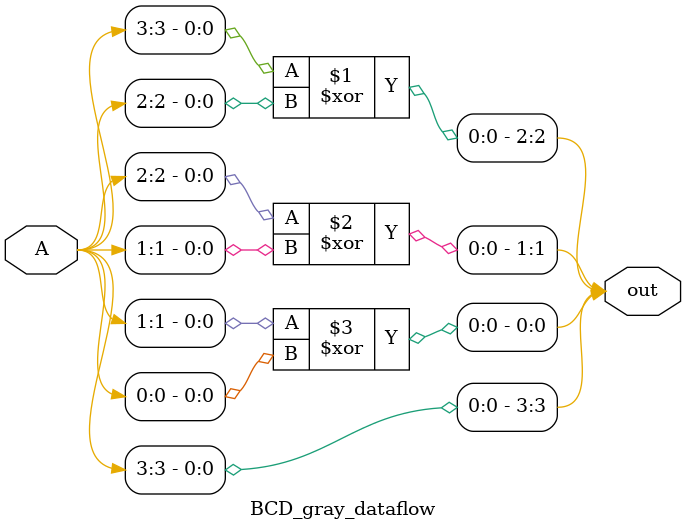
<source format=v>
module BCD_gray_dataflow(A,out);
  input wire [3:0]A;
  output wire [3:0]out;
  
  
  assign out[3]=A[3];
  assign out[2]=A[3]^A[2];
  assign out[1]=A[2]^A[1];
  assign out[0]=A[1]^A[0];
  
endmodule
                     

</source>
